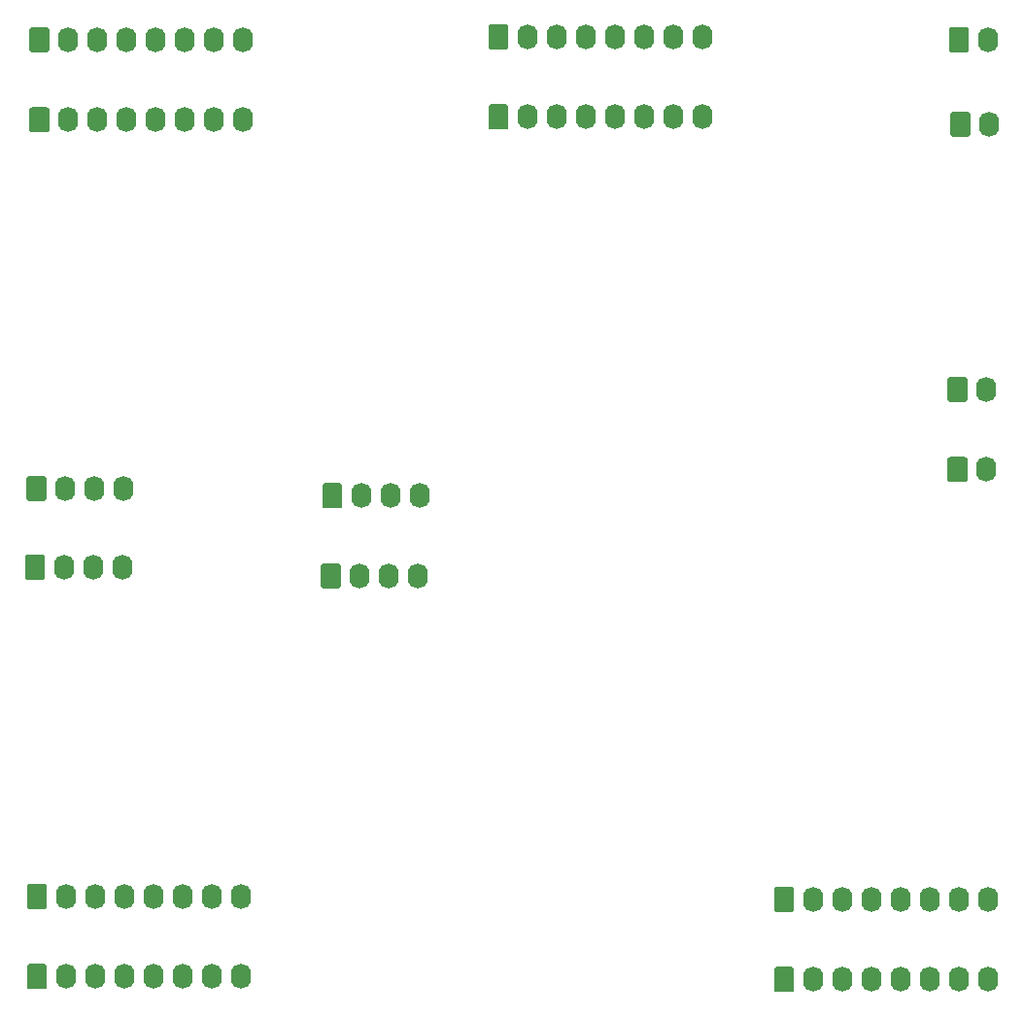
<source format=gbr>
G04 #@! TF.GenerationSoftware,KiCad,Pcbnew,(5.1.5-0-10_14)*
G04 #@! TF.CreationDate,2021-03-15T06:00:06+10:00*
G04 #@! TF.ProjectId,OH - General Purpose Small PCB,4f48202d-2047-4656-9e65-72616c205075,rev?*
G04 #@! TF.SameCoordinates,Original*
G04 #@! TF.FileFunction,Copper,L2,Bot*
G04 #@! TF.FilePolarity,Positive*
%FSLAX46Y46*%
G04 Gerber Fmt 4.6, Leading zero omitted, Abs format (unit mm)*
G04 Created by KiCad (PCBNEW (5.1.5-0-10_14)) date 2021-03-15 06:00:06*
%MOMM*%
%LPD*%
G04 APERTURE LIST*
%ADD10O,1.740000X2.200000*%
%ADD11C,0.100000*%
G04 APERTURE END LIST*
D10*
X54610000Y-88646000D03*
X52070000Y-88646000D03*
X49530000Y-88646000D03*
G04 #@! TA.AperFunction,ComponentPad*
D11*
G36*
X47634505Y-87547204D02*
G01*
X47658773Y-87550804D01*
X47682572Y-87556765D01*
X47705671Y-87565030D01*
X47727850Y-87575520D01*
X47748893Y-87588132D01*
X47768599Y-87602747D01*
X47786777Y-87619223D01*
X47803253Y-87637401D01*
X47817868Y-87657107D01*
X47830480Y-87678150D01*
X47840970Y-87700329D01*
X47849235Y-87723428D01*
X47855196Y-87747227D01*
X47858796Y-87771495D01*
X47860000Y-87795999D01*
X47860000Y-89496001D01*
X47858796Y-89520505D01*
X47855196Y-89544773D01*
X47849235Y-89568572D01*
X47840970Y-89591671D01*
X47830480Y-89613850D01*
X47817868Y-89634893D01*
X47803253Y-89654599D01*
X47786777Y-89672777D01*
X47768599Y-89689253D01*
X47748893Y-89703868D01*
X47727850Y-89716480D01*
X47705671Y-89726970D01*
X47682572Y-89735235D01*
X47658773Y-89741196D01*
X47634505Y-89744796D01*
X47610001Y-89746000D01*
X46369999Y-89746000D01*
X46345495Y-89744796D01*
X46321227Y-89741196D01*
X46297428Y-89735235D01*
X46274329Y-89726970D01*
X46252150Y-89716480D01*
X46231107Y-89703868D01*
X46211401Y-89689253D01*
X46193223Y-89672777D01*
X46176747Y-89654599D01*
X46162132Y-89634893D01*
X46149520Y-89613850D01*
X46139030Y-89591671D01*
X46130765Y-89568572D01*
X46124804Y-89544773D01*
X46121204Y-89520505D01*
X46120000Y-89496001D01*
X46120000Y-87795999D01*
X46121204Y-87771495D01*
X46124804Y-87747227D01*
X46130765Y-87723428D01*
X46139030Y-87700329D01*
X46149520Y-87678150D01*
X46162132Y-87657107D01*
X46176747Y-87637401D01*
X46193223Y-87619223D01*
X46211401Y-87602747D01*
X46231107Y-87588132D01*
X46252150Y-87575520D01*
X46274329Y-87565030D01*
X46297428Y-87556765D01*
X46321227Y-87550804D01*
X46345495Y-87547204D01*
X46369999Y-87546000D01*
X47610001Y-87546000D01*
X47634505Y-87547204D01*
G37*
G04 #@! TD.AperFunction*
D10*
X80391000Y-89281000D03*
X77851000Y-89281000D03*
X75311000Y-89281000D03*
G04 #@! TA.AperFunction,ComponentPad*
D11*
G36*
X73415505Y-88182204D02*
G01*
X73439773Y-88185804D01*
X73463572Y-88191765D01*
X73486671Y-88200030D01*
X73508850Y-88210520D01*
X73529893Y-88223132D01*
X73549599Y-88237747D01*
X73567777Y-88254223D01*
X73584253Y-88272401D01*
X73598868Y-88292107D01*
X73611480Y-88313150D01*
X73621970Y-88335329D01*
X73630235Y-88358428D01*
X73636196Y-88382227D01*
X73639796Y-88406495D01*
X73641000Y-88430999D01*
X73641000Y-90131001D01*
X73639796Y-90155505D01*
X73636196Y-90179773D01*
X73630235Y-90203572D01*
X73621970Y-90226671D01*
X73611480Y-90248850D01*
X73598868Y-90269893D01*
X73584253Y-90289599D01*
X73567777Y-90307777D01*
X73549599Y-90324253D01*
X73529893Y-90338868D01*
X73508850Y-90351480D01*
X73486671Y-90361970D01*
X73463572Y-90370235D01*
X73439773Y-90376196D01*
X73415505Y-90379796D01*
X73391001Y-90381000D01*
X72150999Y-90381000D01*
X72126495Y-90379796D01*
X72102227Y-90376196D01*
X72078428Y-90370235D01*
X72055329Y-90361970D01*
X72033150Y-90351480D01*
X72012107Y-90338868D01*
X71992401Y-90324253D01*
X71974223Y-90307777D01*
X71957747Y-90289599D01*
X71943132Y-90269893D01*
X71930520Y-90248850D01*
X71920030Y-90226671D01*
X71911765Y-90203572D01*
X71905804Y-90179773D01*
X71902204Y-90155505D01*
X71901000Y-90131001D01*
X71901000Y-88430999D01*
X71902204Y-88406495D01*
X71905804Y-88382227D01*
X71911765Y-88358428D01*
X71920030Y-88335329D01*
X71930520Y-88313150D01*
X71943132Y-88292107D01*
X71957747Y-88272401D01*
X71974223Y-88254223D01*
X71992401Y-88237747D01*
X72012107Y-88223132D01*
X72033150Y-88210520D01*
X72055329Y-88200030D01*
X72078428Y-88191765D01*
X72102227Y-88185804D01*
X72126495Y-88182204D01*
X72150999Y-88181000D01*
X73391001Y-88181000D01*
X73415505Y-88182204D01*
G37*
G04 #@! TD.AperFunction*
D10*
X129921000Y-49530000D03*
G04 #@! TA.AperFunction,ComponentPad*
D11*
G36*
X128025505Y-48431204D02*
G01*
X128049773Y-48434804D01*
X128073572Y-48440765D01*
X128096671Y-48449030D01*
X128118850Y-48459520D01*
X128139893Y-48472132D01*
X128159599Y-48486747D01*
X128177777Y-48503223D01*
X128194253Y-48521401D01*
X128208868Y-48541107D01*
X128221480Y-48562150D01*
X128231970Y-48584329D01*
X128240235Y-48607428D01*
X128246196Y-48631227D01*
X128249796Y-48655495D01*
X128251000Y-48679999D01*
X128251000Y-50380001D01*
X128249796Y-50404505D01*
X128246196Y-50428773D01*
X128240235Y-50452572D01*
X128231970Y-50475671D01*
X128221480Y-50497850D01*
X128208868Y-50518893D01*
X128194253Y-50538599D01*
X128177777Y-50556777D01*
X128159599Y-50573253D01*
X128139893Y-50587868D01*
X128118850Y-50600480D01*
X128096671Y-50610970D01*
X128073572Y-50619235D01*
X128049773Y-50625196D01*
X128025505Y-50628796D01*
X128001001Y-50630000D01*
X126760999Y-50630000D01*
X126736495Y-50628796D01*
X126712227Y-50625196D01*
X126688428Y-50619235D01*
X126665329Y-50610970D01*
X126643150Y-50600480D01*
X126622107Y-50587868D01*
X126602401Y-50573253D01*
X126584223Y-50556777D01*
X126567747Y-50538599D01*
X126553132Y-50518893D01*
X126540520Y-50497850D01*
X126530030Y-50475671D01*
X126521765Y-50452572D01*
X126515804Y-50428773D01*
X126512204Y-50404505D01*
X126511000Y-50380001D01*
X126511000Y-48679999D01*
X126512204Y-48655495D01*
X126515804Y-48631227D01*
X126521765Y-48607428D01*
X126530030Y-48584329D01*
X126540520Y-48562150D01*
X126553132Y-48541107D01*
X126567747Y-48521401D01*
X126584223Y-48503223D01*
X126602401Y-48486747D01*
X126622107Y-48472132D01*
X126643150Y-48459520D01*
X126665329Y-48449030D01*
X126688428Y-48440765D01*
X126712227Y-48434804D01*
X126736495Y-48431204D01*
X126760999Y-48430000D01*
X128001001Y-48430000D01*
X128025505Y-48431204D01*
G37*
G04 #@! TD.AperFunction*
D10*
X129794000Y-80010000D03*
G04 #@! TA.AperFunction,ComponentPad*
D11*
G36*
X127898505Y-78911204D02*
G01*
X127922773Y-78914804D01*
X127946572Y-78920765D01*
X127969671Y-78929030D01*
X127991850Y-78939520D01*
X128012893Y-78952132D01*
X128032599Y-78966747D01*
X128050777Y-78983223D01*
X128067253Y-79001401D01*
X128081868Y-79021107D01*
X128094480Y-79042150D01*
X128104970Y-79064329D01*
X128113235Y-79087428D01*
X128119196Y-79111227D01*
X128122796Y-79135495D01*
X128124000Y-79159999D01*
X128124000Y-80860001D01*
X128122796Y-80884505D01*
X128119196Y-80908773D01*
X128113235Y-80932572D01*
X128104970Y-80955671D01*
X128094480Y-80977850D01*
X128081868Y-80998893D01*
X128067253Y-81018599D01*
X128050777Y-81036777D01*
X128032599Y-81053253D01*
X128012893Y-81067868D01*
X127991850Y-81080480D01*
X127969671Y-81090970D01*
X127946572Y-81099235D01*
X127922773Y-81105196D01*
X127898505Y-81108796D01*
X127874001Y-81110000D01*
X126633999Y-81110000D01*
X126609495Y-81108796D01*
X126585227Y-81105196D01*
X126561428Y-81099235D01*
X126538329Y-81090970D01*
X126516150Y-81080480D01*
X126495107Y-81067868D01*
X126475401Y-81053253D01*
X126457223Y-81036777D01*
X126440747Y-81018599D01*
X126426132Y-80998893D01*
X126413520Y-80977850D01*
X126403030Y-80955671D01*
X126394765Y-80932572D01*
X126388804Y-80908773D01*
X126385204Y-80884505D01*
X126384000Y-80860001D01*
X126384000Y-79159999D01*
X126385204Y-79135495D01*
X126388804Y-79111227D01*
X126394765Y-79087428D01*
X126403030Y-79064329D01*
X126413520Y-79042150D01*
X126426132Y-79021107D01*
X126440747Y-79001401D01*
X126457223Y-78983223D01*
X126475401Y-78966747D01*
X126495107Y-78952132D01*
X126516150Y-78939520D01*
X126538329Y-78929030D01*
X126561428Y-78920765D01*
X126585227Y-78914804D01*
X126609495Y-78911204D01*
X126633999Y-78910000D01*
X127874001Y-78910000D01*
X127898505Y-78911204D01*
G37*
G04 #@! TD.AperFunction*
D10*
X54483000Y-95504000D03*
X51943000Y-95504000D03*
X49403000Y-95504000D03*
G04 #@! TA.AperFunction,ComponentPad*
D11*
G36*
X47507505Y-94405204D02*
G01*
X47531773Y-94408804D01*
X47555572Y-94414765D01*
X47578671Y-94423030D01*
X47600850Y-94433520D01*
X47621893Y-94446132D01*
X47641599Y-94460747D01*
X47659777Y-94477223D01*
X47676253Y-94495401D01*
X47690868Y-94515107D01*
X47703480Y-94536150D01*
X47713970Y-94558329D01*
X47722235Y-94581428D01*
X47728196Y-94605227D01*
X47731796Y-94629495D01*
X47733000Y-94653999D01*
X47733000Y-96354001D01*
X47731796Y-96378505D01*
X47728196Y-96402773D01*
X47722235Y-96426572D01*
X47713970Y-96449671D01*
X47703480Y-96471850D01*
X47690868Y-96492893D01*
X47676253Y-96512599D01*
X47659777Y-96530777D01*
X47641599Y-96547253D01*
X47621893Y-96561868D01*
X47600850Y-96574480D01*
X47578671Y-96584970D01*
X47555572Y-96593235D01*
X47531773Y-96599196D01*
X47507505Y-96602796D01*
X47483001Y-96604000D01*
X46242999Y-96604000D01*
X46218495Y-96602796D01*
X46194227Y-96599196D01*
X46170428Y-96593235D01*
X46147329Y-96584970D01*
X46125150Y-96574480D01*
X46104107Y-96561868D01*
X46084401Y-96547253D01*
X46066223Y-96530777D01*
X46049747Y-96512599D01*
X46035132Y-96492893D01*
X46022520Y-96471850D01*
X46012030Y-96449671D01*
X46003765Y-96426572D01*
X45997804Y-96402773D01*
X45994204Y-96378505D01*
X45993000Y-96354001D01*
X45993000Y-94653999D01*
X45994204Y-94629495D01*
X45997804Y-94605227D01*
X46003765Y-94581428D01*
X46012030Y-94558329D01*
X46022520Y-94536150D01*
X46035132Y-94515107D01*
X46049747Y-94495401D01*
X46066223Y-94477223D01*
X46084401Y-94460747D01*
X46104107Y-94446132D01*
X46125150Y-94433520D01*
X46147329Y-94423030D01*
X46170428Y-94414765D01*
X46194227Y-94408804D01*
X46218495Y-94405204D01*
X46242999Y-94404000D01*
X47483001Y-94404000D01*
X47507505Y-94405204D01*
G37*
G04 #@! TD.AperFunction*
D10*
X80264000Y-96266000D03*
X77724000Y-96266000D03*
X75184000Y-96266000D03*
G04 #@! TA.AperFunction,ComponentPad*
D11*
G36*
X73288505Y-95167204D02*
G01*
X73312773Y-95170804D01*
X73336572Y-95176765D01*
X73359671Y-95185030D01*
X73381850Y-95195520D01*
X73402893Y-95208132D01*
X73422599Y-95222747D01*
X73440777Y-95239223D01*
X73457253Y-95257401D01*
X73471868Y-95277107D01*
X73484480Y-95298150D01*
X73494970Y-95320329D01*
X73503235Y-95343428D01*
X73509196Y-95367227D01*
X73512796Y-95391495D01*
X73514000Y-95415999D01*
X73514000Y-97116001D01*
X73512796Y-97140505D01*
X73509196Y-97164773D01*
X73503235Y-97188572D01*
X73494970Y-97211671D01*
X73484480Y-97233850D01*
X73471868Y-97254893D01*
X73457253Y-97274599D01*
X73440777Y-97292777D01*
X73422599Y-97309253D01*
X73402893Y-97323868D01*
X73381850Y-97336480D01*
X73359671Y-97346970D01*
X73336572Y-97355235D01*
X73312773Y-97361196D01*
X73288505Y-97364796D01*
X73264001Y-97366000D01*
X72023999Y-97366000D01*
X71999495Y-97364796D01*
X71975227Y-97361196D01*
X71951428Y-97355235D01*
X71928329Y-97346970D01*
X71906150Y-97336480D01*
X71885107Y-97323868D01*
X71865401Y-97309253D01*
X71847223Y-97292777D01*
X71830747Y-97274599D01*
X71816132Y-97254893D01*
X71803520Y-97233850D01*
X71793030Y-97211671D01*
X71784765Y-97188572D01*
X71778804Y-97164773D01*
X71775204Y-97140505D01*
X71774000Y-97116001D01*
X71774000Y-95415999D01*
X71775204Y-95391495D01*
X71778804Y-95367227D01*
X71784765Y-95343428D01*
X71793030Y-95320329D01*
X71803520Y-95298150D01*
X71816132Y-95277107D01*
X71830747Y-95257401D01*
X71847223Y-95239223D01*
X71865401Y-95222747D01*
X71885107Y-95208132D01*
X71906150Y-95195520D01*
X71928329Y-95185030D01*
X71951428Y-95176765D01*
X71975227Y-95170804D01*
X71999495Y-95167204D01*
X72023999Y-95166000D01*
X73264001Y-95166000D01*
X73288505Y-95167204D01*
G37*
G04 #@! TD.AperFunction*
D10*
X130048000Y-56896000D03*
G04 #@! TA.AperFunction,ComponentPad*
D11*
G36*
X128152505Y-55797204D02*
G01*
X128176773Y-55800804D01*
X128200572Y-55806765D01*
X128223671Y-55815030D01*
X128245850Y-55825520D01*
X128266893Y-55838132D01*
X128286599Y-55852747D01*
X128304777Y-55869223D01*
X128321253Y-55887401D01*
X128335868Y-55907107D01*
X128348480Y-55928150D01*
X128358970Y-55950329D01*
X128367235Y-55973428D01*
X128373196Y-55997227D01*
X128376796Y-56021495D01*
X128378000Y-56045999D01*
X128378000Y-57746001D01*
X128376796Y-57770505D01*
X128373196Y-57794773D01*
X128367235Y-57818572D01*
X128358970Y-57841671D01*
X128348480Y-57863850D01*
X128335868Y-57884893D01*
X128321253Y-57904599D01*
X128304777Y-57922777D01*
X128286599Y-57939253D01*
X128266893Y-57953868D01*
X128245850Y-57966480D01*
X128223671Y-57976970D01*
X128200572Y-57985235D01*
X128176773Y-57991196D01*
X128152505Y-57994796D01*
X128128001Y-57996000D01*
X126887999Y-57996000D01*
X126863495Y-57994796D01*
X126839227Y-57991196D01*
X126815428Y-57985235D01*
X126792329Y-57976970D01*
X126770150Y-57966480D01*
X126749107Y-57953868D01*
X126729401Y-57939253D01*
X126711223Y-57922777D01*
X126694747Y-57904599D01*
X126680132Y-57884893D01*
X126667520Y-57863850D01*
X126657030Y-57841671D01*
X126648765Y-57818572D01*
X126642804Y-57794773D01*
X126639204Y-57770505D01*
X126638000Y-57746001D01*
X126638000Y-56045999D01*
X126639204Y-56021495D01*
X126642804Y-55997227D01*
X126648765Y-55973428D01*
X126657030Y-55950329D01*
X126667520Y-55928150D01*
X126680132Y-55907107D01*
X126694747Y-55887401D01*
X126711223Y-55869223D01*
X126729401Y-55852747D01*
X126749107Y-55838132D01*
X126770150Y-55825520D01*
X126792329Y-55815030D01*
X126815428Y-55806765D01*
X126839227Y-55800804D01*
X126863495Y-55797204D01*
X126887999Y-55796000D01*
X128128001Y-55796000D01*
X128152505Y-55797204D01*
G37*
G04 #@! TD.AperFunction*
D10*
X129794000Y-86995000D03*
G04 #@! TA.AperFunction,ComponentPad*
D11*
G36*
X127898505Y-85896204D02*
G01*
X127922773Y-85899804D01*
X127946572Y-85905765D01*
X127969671Y-85914030D01*
X127991850Y-85924520D01*
X128012893Y-85937132D01*
X128032599Y-85951747D01*
X128050777Y-85968223D01*
X128067253Y-85986401D01*
X128081868Y-86006107D01*
X128094480Y-86027150D01*
X128104970Y-86049329D01*
X128113235Y-86072428D01*
X128119196Y-86096227D01*
X128122796Y-86120495D01*
X128124000Y-86144999D01*
X128124000Y-87845001D01*
X128122796Y-87869505D01*
X128119196Y-87893773D01*
X128113235Y-87917572D01*
X128104970Y-87940671D01*
X128094480Y-87962850D01*
X128081868Y-87983893D01*
X128067253Y-88003599D01*
X128050777Y-88021777D01*
X128032599Y-88038253D01*
X128012893Y-88052868D01*
X127991850Y-88065480D01*
X127969671Y-88075970D01*
X127946572Y-88084235D01*
X127922773Y-88090196D01*
X127898505Y-88093796D01*
X127874001Y-88095000D01*
X126633999Y-88095000D01*
X126609495Y-88093796D01*
X126585227Y-88090196D01*
X126561428Y-88084235D01*
X126538329Y-88075970D01*
X126516150Y-88065480D01*
X126495107Y-88052868D01*
X126475401Y-88038253D01*
X126457223Y-88021777D01*
X126440747Y-88003599D01*
X126426132Y-87983893D01*
X126413520Y-87962850D01*
X126403030Y-87940671D01*
X126394765Y-87917572D01*
X126388804Y-87893773D01*
X126385204Y-87869505D01*
X126384000Y-87845001D01*
X126384000Y-86144999D01*
X126385204Y-86120495D01*
X126388804Y-86096227D01*
X126394765Y-86072428D01*
X126403030Y-86049329D01*
X126413520Y-86027150D01*
X126426132Y-86006107D01*
X126440747Y-85986401D01*
X126457223Y-85968223D01*
X126475401Y-85951747D01*
X126495107Y-85937132D01*
X126516150Y-85924520D01*
X126538329Y-85914030D01*
X126561428Y-85905765D01*
X126585227Y-85899804D01*
X126609495Y-85896204D01*
X126633999Y-85895000D01*
X127874001Y-85895000D01*
X127898505Y-85896204D01*
G37*
G04 #@! TD.AperFunction*
D10*
X105029000Y-49276000D03*
X102489000Y-49276000D03*
X99949000Y-49276000D03*
X97409000Y-49276000D03*
X94869000Y-49276000D03*
X92329000Y-49276000D03*
X89789000Y-49276000D03*
G04 #@! TA.AperFunction,ComponentPad*
D11*
G36*
X87893505Y-48177204D02*
G01*
X87917773Y-48180804D01*
X87941572Y-48186765D01*
X87964671Y-48195030D01*
X87986850Y-48205520D01*
X88007893Y-48218132D01*
X88027599Y-48232747D01*
X88045777Y-48249223D01*
X88062253Y-48267401D01*
X88076868Y-48287107D01*
X88089480Y-48308150D01*
X88099970Y-48330329D01*
X88108235Y-48353428D01*
X88114196Y-48377227D01*
X88117796Y-48401495D01*
X88119000Y-48425999D01*
X88119000Y-50126001D01*
X88117796Y-50150505D01*
X88114196Y-50174773D01*
X88108235Y-50198572D01*
X88099970Y-50221671D01*
X88089480Y-50243850D01*
X88076868Y-50264893D01*
X88062253Y-50284599D01*
X88045777Y-50302777D01*
X88027599Y-50319253D01*
X88007893Y-50333868D01*
X87986850Y-50346480D01*
X87964671Y-50356970D01*
X87941572Y-50365235D01*
X87917773Y-50371196D01*
X87893505Y-50374796D01*
X87869001Y-50376000D01*
X86628999Y-50376000D01*
X86604495Y-50374796D01*
X86580227Y-50371196D01*
X86556428Y-50365235D01*
X86533329Y-50356970D01*
X86511150Y-50346480D01*
X86490107Y-50333868D01*
X86470401Y-50319253D01*
X86452223Y-50302777D01*
X86435747Y-50284599D01*
X86421132Y-50264893D01*
X86408520Y-50243850D01*
X86398030Y-50221671D01*
X86389765Y-50198572D01*
X86383804Y-50174773D01*
X86380204Y-50150505D01*
X86379000Y-50126001D01*
X86379000Y-48425999D01*
X86380204Y-48401495D01*
X86383804Y-48377227D01*
X86389765Y-48353428D01*
X86398030Y-48330329D01*
X86408520Y-48308150D01*
X86421132Y-48287107D01*
X86435747Y-48267401D01*
X86452223Y-48249223D01*
X86470401Y-48232747D01*
X86490107Y-48218132D01*
X86511150Y-48205520D01*
X86533329Y-48195030D01*
X86556428Y-48186765D01*
X86580227Y-48180804D01*
X86604495Y-48177204D01*
X86628999Y-48176000D01*
X87869001Y-48176000D01*
X87893505Y-48177204D01*
G37*
G04 #@! TD.AperFunction*
D10*
X65024000Y-49530000D03*
X62484000Y-49530000D03*
X59944000Y-49530000D03*
X57404000Y-49530000D03*
X54864000Y-49530000D03*
X52324000Y-49530000D03*
X49784000Y-49530000D03*
G04 #@! TA.AperFunction,ComponentPad*
D11*
G36*
X47888505Y-48431204D02*
G01*
X47912773Y-48434804D01*
X47936572Y-48440765D01*
X47959671Y-48449030D01*
X47981850Y-48459520D01*
X48002893Y-48472132D01*
X48022599Y-48486747D01*
X48040777Y-48503223D01*
X48057253Y-48521401D01*
X48071868Y-48541107D01*
X48084480Y-48562150D01*
X48094970Y-48584329D01*
X48103235Y-48607428D01*
X48109196Y-48631227D01*
X48112796Y-48655495D01*
X48114000Y-48679999D01*
X48114000Y-50380001D01*
X48112796Y-50404505D01*
X48109196Y-50428773D01*
X48103235Y-50452572D01*
X48094970Y-50475671D01*
X48084480Y-50497850D01*
X48071868Y-50518893D01*
X48057253Y-50538599D01*
X48040777Y-50556777D01*
X48022599Y-50573253D01*
X48002893Y-50587868D01*
X47981850Y-50600480D01*
X47959671Y-50610970D01*
X47936572Y-50619235D01*
X47912773Y-50625196D01*
X47888505Y-50628796D01*
X47864001Y-50630000D01*
X46623999Y-50630000D01*
X46599495Y-50628796D01*
X46575227Y-50625196D01*
X46551428Y-50619235D01*
X46528329Y-50610970D01*
X46506150Y-50600480D01*
X46485107Y-50587868D01*
X46465401Y-50573253D01*
X46447223Y-50556777D01*
X46430747Y-50538599D01*
X46416132Y-50518893D01*
X46403520Y-50497850D01*
X46393030Y-50475671D01*
X46384765Y-50452572D01*
X46378804Y-50428773D01*
X46375204Y-50404505D01*
X46374000Y-50380001D01*
X46374000Y-48679999D01*
X46375204Y-48655495D01*
X46378804Y-48631227D01*
X46384765Y-48607428D01*
X46393030Y-48584329D01*
X46403520Y-48562150D01*
X46416132Y-48541107D01*
X46430747Y-48521401D01*
X46447223Y-48503223D01*
X46465401Y-48486747D01*
X46485107Y-48472132D01*
X46506150Y-48459520D01*
X46528329Y-48449030D01*
X46551428Y-48440765D01*
X46575227Y-48434804D01*
X46599495Y-48431204D01*
X46623999Y-48430000D01*
X47864001Y-48430000D01*
X47888505Y-48431204D01*
G37*
G04 #@! TD.AperFunction*
D10*
X129921000Y-124460000D03*
X127381000Y-124460000D03*
X124841000Y-124460000D03*
X122301000Y-124460000D03*
X119761000Y-124460000D03*
X117221000Y-124460000D03*
X114681000Y-124460000D03*
G04 #@! TA.AperFunction,ComponentPad*
D11*
G36*
X112785505Y-123361204D02*
G01*
X112809773Y-123364804D01*
X112833572Y-123370765D01*
X112856671Y-123379030D01*
X112878850Y-123389520D01*
X112899893Y-123402132D01*
X112919599Y-123416747D01*
X112937777Y-123433223D01*
X112954253Y-123451401D01*
X112968868Y-123471107D01*
X112981480Y-123492150D01*
X112991970Y-123514329D01*
X113000235Y-123537428D01*
X113006196Y-123561227D01*
X113009796Y-123585495D01*
X113011000Y-123609999D01*
X113011000Y-125310001D01*
X113009796Y-125334505D01*
X113006196Y-125358773D01*
X113000235Y-125382572D01*
X112991970Y-125405671D01*
X112981480Y-125427850D01*
X112968868Y-125448893D01*
X112954253Y-125468599D01*
X112937777Y-125486777D01*
X112919599Y-125503253D01*
X112899893Y-125517868D01*
X112878850Y-125530480D01*
X112856671Y-125540970D01*
X112833572Y-125549235D01*
X112809773Y-125555196D01*
X112785505Y-125558796D01*
X112761001Y-125560000D01*
X111520999Y-125560000D01*
X111496495Y-125558796D01*
X111472227Y-125555196D01*
X111448428Y-125549235D01*
X111425329Y-125540970D01*
X111403150Y-125530480D01*
X111382107Y-125517868D01*
X111362401Y-125503253D01*
X111344223Y-125486777D01*
X111327747Y-125468599D01*
X111313132Y-125448893D01*
X111300520Y-125427850D01*
X111290030Y-125405671D01*
X111281765Y-125382572D01*
X111275804Y-125358773D01*
X111272204Y-125334505D01*
X111271000Y-125310001D01*
X111271000Y-123609999D01*
X111272204Y-123585495D01*
X111275804Y-123561227D01*
X111281765Y-123537428D01*
X111290030Y-123514329D01*
X111300520Y-123492150D01*
X111313132Y-123471107D01*
X111327747Y-123451401D01*
X111344223Y-123433223D01*
X111362401Y-123416747D01*
X111382107Y-123402132D01*
X111403150Y-123389520D01*
X111425329Y-123379030D01*
X111448428Y-123370765D01*
X111472227Y-123364804D01*
X111496495Y-123361204D01*
X111520999Y-123360000D01*
X112761001Y-123360000D01*
X112785505Y-123361204D01*
G37*
G04 #@! TD.AperFunction*
D10*
X64817000Y-124206000D03*
X62277000Y-124206000D03*
X59737000Y-124206000D03*
X57197000Y-124206000D03*
X54657000Y-124206000D03*
X52117000Y-124206000D03*
X49577000Y-124206000D03*
G04 #@! TA.AperFunction,ComponentPad*
D11*
G36*
X47681505Y-123107204D02*
G01*
X47705773Y-123110804D01*
X47729572Y-123116765D01*
X47752671Y-123125030D01*
X47774850Y-123135520D01*
X47795893Y-123148132D01*
X47815599Y-123162747D01*
X47833777Y-123179223D01*
X47850253Y-123197401D01*
X47864868Y-123217107D01*
X47877480Y-123238150D01*
X47887970Y-123260329D01*
X47896235Y-123283428D01*
X47902196Y-123307227D01*
X47905796Y-123331495D01*
X47907000Y-123355999D01*
X47907000Y-125056001D01*
X47905796Y-125080505D01*
X47902196Y-125104773D01*
X47896235Y-125128572D01*
X47887970Y-125151671D01*
X47877480Y-125173850D01*
X47864868Y-125194893D01*
X47850253Y-125214599D01*
X47833777Y-125232777D01*
X47815599Y-125249253D01*
X47795893Y-125263868D01*
X47774850Y-125276480D01*
X47752671Y-125286970D01*
X47729572Y-125295235D01*
X47705773Y-125301196D01*
X47681505Y-125304796D01*
X47657001Y-125306000D01*
X46416999Y-125306000D01*
X46392495Y-125304796D01*
X46368227Y-125301196D01*
X46344428Y-125295235D01*
X46321329Y-125286970D01*
X46299150Y-125276480D01*
X46278107Y-125263868D01*
X46258401Y-125249253D01*
X46240223Y-125232777D01*
X46223747Y-125214599D01*
X46209132Y-125194893D01*
X46196520Y-125173850D01*
X46186030Y-125151671D01*
X46177765Y-125128572D01*
X46171804Y-125104773D01*
X46168204Y-125080505D01*
X46167000Y-125056001D01*
X46167000Y-123355999D01*
X46168204Y-123331495D01*
X46171804Y-123307227D01*
X46177765Y-123283428D01*
X46186030Y-123260329D01*
X46196520Y-123238150D01*
X46209132Y-123217107D01*
X46223747Y-123197401D01*
X46240223Y-123179223D01*
X46258401Y-123162747D01*
X46278107Y-123148132D01*
X46299150Y-123135520D01*
X46321329Y-123125030D01*
X46344428Y-123116765D01*
X46368227Y-123110804D01*
X46392495Y-123107204D01*
X46416999Y-123106000D01*
X47657001Y-123106000D01*
X47681505Y-123107204D01*
G37*
G04 #@! TD.AperFunction*
D10*
X105029000Y-56261000D03*
X102489000Y-56261000D03*
X99949000Y-56261000D03*
X97409000Y-56261000D03*
X94869000Y-56261000D03*
X92329000Y-56261000D03*
X89789000Y-56261000D03*
G04 #@! TA.AperFunction,ComponentPad*
D11*
G36*
X87893505Y-55162204D02*
G01*
X87917773Y-55165804D01*
X87941572Y-55171765D01*
X87964671Y-55180030D01*
X87986850Y-55190520D01*
X88007893Y-55203132D01*
X88027599Y-55217747D01*
X88045777Y-55234223D01*
X88062253Y-55252401D01*
X88076868Y-55272107D01*
X88089480Y-55293150D01*
X88099970Y-55315329D01*
X88108235Y-55338428D01*
X88114196Y-55362227D01*
X88117796Y-55386495D01*
X88119000Y-55410999D01*
X88119000Y-57111001D01*
X88117796Y-57135505D01*
X88114196Y-57159773D01*
X88108235Y-57183572D01*
X88099970Y-57206671D01*
X88089480Y-57228850D01*
X88076868Y-57249893D01*
X88062253Y-57269599D01*
X88045777Y-57287777D01*
X88027599Y-57304253D01*
X88007893Y-57318868D01*
X87986850Y-57331480D01*
X87964671Y-57341970D01*
X87941572Y-57350235D01*
X87917773Y-57356196D01*
X87893505Y-57359796D01*
X87869001Y-57361000D01*
X86628999Y-57361000D01*
X86604495Y-57359796D01*
X86580227Y-57356196D01*
X86556428Y-57350235D01*
X86533329Y-57341970D01*
X86511150Y-57331480D01*
X86490107Y-57318868D01*
X86470401Y-57304253D01*
X86452223Y-57287777D01*
X86435747Y-57269599D01*
X86421132Y-57249893D01*
X86408520Y-57228850D01*
X86398030Y-57206671D01*
X86389765Y-57183572D01*
X86383804Y-57159773D01*
X86380204Y-57135505D01*
X86379000Y-57111001D01*
X86379000Y-55410999D01*
X86380204Y-55386495D01*
X86383804Y-55362227D01*
X86389765Y-55338428D01*
X86398030Y-55315329D01*
X86408520Y-55293150D01*
X86421132Y-55272107D01*
X86435747Y-55252401D01*
X86452223Y-55234223D01*
X86470401Y-55217747D01*
X86490107Y-55203132D01*
X86511150Y-55190520D01*
X86533329Y-55180030D01*
X86556428Y-55171765D01*
X86580227Y-55165804D01*
X86604495Y-55162204D01*
X86628999Y-55161000D01*
X87869001Y-55161000D01*
X87893505Y-55162204D01*
G37*
G04 #@! TD.AperFunction*
D10*
X65024000Y-56515000D03*
X62484000Y-56515000D03*
X59944000Y-56515000D03*
X57404000Y-56515000D03*
X54864000Y-56515000D03*
X52324000Y-56515000D03*
X49784000Y-56515000D03*
G04 #@! TA.AperFunction,ComponentPad*
D11*
G36*
X47888505Y-55416204D02*
G01*
X47912773Y-55419804D01*
X47936572Y-55425765D01*
X47959671Y-55434030D01*
X47981850Y-55444520D01*
X48002893Y-55457132D01*
X48022599Y-55471747D01*
X48040777Y-55488223D01*
X48057253Y-55506401D01*
X48071868Y-55526107D01*
X48084480Y-55547150D01*
X48094970Y-55569329D01*
X48103235Y-55592428D01*
X48109196Y-55616227D01*
X48112796Y-55640495D01*
X48114000Y-55664999D01*
X48114000Y-57365001D01*
X48112796Y-57389505D01*
X48109196Y-57413773D01*
X48103235Y-57437572D01*
X48094970Y-57460671D01*
X48084480Y-57482850D01*
X48071868Y-57503893D01*
X48057253Y-57523599D01*
X48040777Y-57541777D01*
X48022599Y-57558253D01*
X48002893Y-57572868D01*
X47981850Y-57585480D01*
X47959671Y-57595970D01*
X47936572Y-57604235D01*
X47912773Y-57610196D01*
X47888505Y-57613796D01*
X47864001Y-57615000D01*
X46623999Y-57615000D01*
X46599495Y-57613796D01*
X46575227Y-57610196D01*
X46551428Y-57604235D01*
X46528329Y-57595970D01*
X46506150Y-57585480D01*
X46485107Y-57572868D01*
X46465401Y-57558253D01*
X46447223Y-57541777D01*
X46430747Y-57523599D01*
X46416132Y-57503893D01*
X46403520Y-57482850D01*
X46393030Y-57460671D01*
X46384765Y-57437572D01*
X46378804Y-57413773D01*
X46375204Y-57389505D01*
X46374000Y-57365001D01*
X46374000Y-55664999D01*
X46375204Y-55640495D01*
X46378804Y-55616227D01*
X46384765Y-55592428D01*
X46393030Y-55569329D01*
X46403520Y-55547150D01*
X46416132Y-55526107D01*
X46430747Y-55506401D01*
X46447223Y-55488223D01*
X46465401Y-55471747D01*
X46485107Y-55457132D01*
X46506150Y-55444520D01*
X46528329Y-55434030D01*
X46551428Y-55425765D01*
X46575227Y-55419804D01*
X46599495Y-55416204D01*
X46623999Y-55415000D01*
X47864001Y-55415000D01*
X47888505Y-55416204D01*
G37*
G04 #@! TD.AperFunction*
D10*
X129921000Y-131445000D03*
X127381000Y-131445000D03*
X124841000Y-131445000D03*
X122301000Y-131445000D03*
X119761000Y-131445000D03*
X117221000Y-131445000D03*
X114681000Y-131445000D03*
G04 #@! TA.AperFunction,ComponentPad*
D11*
G36*
X112785505Y-130346204D02*
G01*
X112809773Y-130349804D01*
X112833572Y-130355765D01*
X112856671Y-130364030D01*
X112878850Y-130374520D01*
X112899893Y-130387132D01*
X112919599Y-130401747D01*
X112937777Y-130418223D01*
X112954253Y-130436401D01*
X112968868Y-130456107D01*
X112981480Y-130477150D01*
X112991970Y-130499329D01*
X113000235Y-130522428D01*
X113006196Y-130546227D01*
X113009796Y-130570495D01*
X113011000Y-130594999D01*
X113011000Y-132295001D01*
X113009796Y-132319505D01*
X113006196Y-132343773D01*
X113000235Y-132367572D01*
X112991970Y-132390671D01*
X112981480Y-132412850D01*
X112968868Y-132433893D01*
X112954253Y-132453599D01*
X112937777Y-132471777D01*
X112919599Y-132488253D01*
X112899893Y-132502868D01*
X112878850Y-132515480D01*
X112856671Y-132525970D01*
X112833572Y-132534235D01*
X112809773Y-132540196D01*
X112785505Y-132543796D01*
X112761001Y-132545000D01*
X111520999Y-132545000D01*
X111496495Y-132543796D01*
X111472227Y-132540196D01*
X111448428Y-132534235D01*
X111425329Y-132525970D01*
X111403150Y-132515480D01*
X111382107Y-132502868D01*
X111362401Y-132488253D01*
X111344223Y-132471777D01*
X111327747Y-132453599D01*
X111313132Y-132433893D01*
X111300520Y-132412850D01*
X111290030Y-132390671D01*
X111281765Y-132367572D01*
X111275804Y-132343773D01*
X111272204Y-132319505D01*
X111271000Y-132295001D01*
X111271000Y-130594999D01*
X111272204Y-130570495D01*
X111275804Y-130546227D01*
X111281765Y-130522428D01*
X111290030Y-130499329D01*
X111300520Y-130477150D01*
X111313132Y-130456107D01*
X111327747Y-130436401D01*
X111344223Y-130418223D01*
X111362401Y-130401747D01*
X111382107Y-130387132D01*
X111403150Y-130374520D01*
X111425329Y-130364030D01*
X111448428Y-130355765D01*
X111472227Y-130349804D01*
X111496495Y-130346204D01*
X111520999Y-130345000D01*
X112761001Y-130345000D01*
X112785505Y-130346204D01*
G37*
G04 #@! TD.AperFunction*
D10*
X64817000Y-131191000D03*
X62277000Y-131191000D03*
X59737000Y-131191000D03*
X57197000Y-131191000D03*
X54657000Y-131191000D03*
X52117000Y-131191000D03*
X49577000Y-131191000D03*
G04 #@! TA.AperFunction,ComponentPad*
D11*
G36*
X47681505Y-130092204D02*
G01*
X47705773Y-130095804D01*
X47729572Y-130101765D01*
X47752671Y-130110030D01*
X47774850Y-130120520D01*
X47795893Y-130133132D01*
X47815599Y-130147747D01*
X47833777Y-130164223D01*
X47850253Y-130182401D01*
X47864868Y-130202107D01*
X47877480Y-130223150D01*
X47887970Y-130245329D01*
X47896235Y-130268428D01*
X47902196Y-130292227D01*
X47905796Y-130316495D01*
X47907000Y-130340999D01*
X47907000Y-132041001D01*
X47905796Y-132065505D01*
X47902196Y-132089773D01*
X47896235Y-132113572D01*
X47887970Y-132136671D01*
X47877480Y-132158850D01*
X47864868Y-132179893D01*
X47850253Y-132199599D01*
X47833777Y-132217777D01*
X47815599Y-132234253D01*
X47795893Y-132248868D01*
X47774850Y-132261480D01*
X47752671Y-132271970D01*
X47729572Y-132280235D01*
X47705773Y-132286196D01*
X47681505Y-132289796D01*
X47657001Y-132291000D01*
X46416999Y-132291000D01*
X46392495Y-132289796D01*
X46368227Y-132286196D01*
X46344428Y-132280235D01*
X46321329Y-132271970D01*
X46299150Y-132261480D01*
X46278107Y-132248868D01*
X46258401Y-132234253D01*
X46240223Y-132217777D01*
X46223747Y-132199599D01*
X46209132Y-132179893D01*
X46196520Y-132158850D01*
X46186030Y-132136671D01*
X46177765Y-132113572D01*
X46171804Y-132089773D01*
X46168204Y-132065505D01*
X46167000Y-132041001D01*
X46167000Y-130340999D01*
X46168204Y-130316495D01*
X46171804Y-130292227D01*
X46177765Y-130268428D01*
X46186030Y-130245329D01*
X46196520Y-130223150D01*
X46209132Y-130202107D01*
X46223747Y-130182401D01*
X46240223Y-130164223D01*
X46258401Y-130147747D01*
X46278107Y-130133132D01*
X46299150Y-130120520D01*
X46321329Y-130110030D01*
X46344428Y-130101765D01*
X46368227Y-130095804D01*
X46392495Y-130092204D01*
X46416999Y-130091000D01*
X47657001Y-130091000D01*
X47681505Y-130092204D01*
G37*
G04 #@! TD.AperFunction*
M02*

</source>
